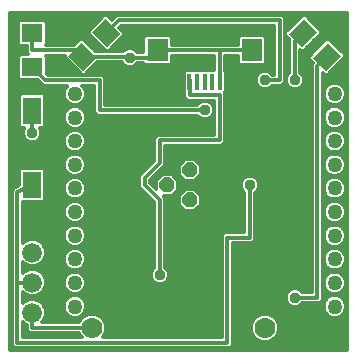
<source format=gbl>
G75*
%MOIN*%
%OFA0B0*%
%FSLAX24Y24*%
%IPPOS*%
%LPD*%
%AMOC8*
5,1,8,0,0,1.08239X$1,22.5*
%
%ADD10C,0.0500*%
%ADD11R,0.0630X0.0710*%
%ADD12OC8,0.0500*%
%ADD13R,0.0138X0.0551*%
%ADD14R,0.0709X0.0748*%
%ADD15R,0.0630X0.0906*%
%ADD16C,0.0660*%
%ADD17R,0.0710X0.0630*%
%ADD18C,0.0700*%
%ADD19C,0.0120*%
%ADD20C,0.0376*%
D10*
X014769Y012557D03*
X014769Y013344D03*
X014769Y014131D03*
X014769Y014919D03*
X014769Y015706D03*
X014769Y016494D03*
X014769Y017281D03*
X014769Y018069D03*
X014769Y018856D03*
X014769Y019643D03*
X023431Y019643D03*
X023431Y018856D03*
X023431Y018069D03*
X023431Y017281D03*
X023431Y016494D03*
X023431Y015706D03*
X023431Y014919D03*
X023431Y014131D03*
X023431Y013344D03*
X023431Y012557D03*
D11*
G36*
X023201Y021354D02*
X023646Y020909D01*
X023145Y020408D01*
X022700Y020853D01*
X023201Y021354D01*
G37*
G36*
X022409Y022146D02*
X022854Y021701D01*
X022353Y021200D01*
X021908Y021645D01*
X022409Y022146D01*
G37*
G36*
X015346Y021701D02*
X015791Y022146D01*
X016292Y021645D01*
X015847Y021200D01*
X015346Y021701D01*
G37*
G36*
X014554Y020909D02*
X014999Y021354D01*
X015500Y020853D01*
X015055Y020408D01*
X014554Y020909D01*
G37*
D12*
X018600Y017100D03*
X017850Y016600D03*
X018600Y016100D03*
D13*
X018588Y020057D03*
X018844Y020057D03*
X019100Y020057D03*
X019356Y020057D03*
X019612Y020057D03*
D14*
X020675Y021100D03*
X017525Y021100D03*
D15*
X013350Y019090D03*
X013350Y016610D03*
D16*
X013350Y014350D03*
X013350Y013350D03*
X013350Y012350D03*
D17*
X013350Y020540D03*
X013350Y021660D03*
D18*
X015350Y011850D03*
X021100Y011850D03*
D19*
X012620Y011120D02*
X012620Y022330D01*
X023830Y022330D01*
X023830Y011120D01*
X012620Y011120D01*
X012620Y011121D02*
X023830Y011121D01*
X023830Y011239D02*
X019994Y011239D01*
X020030Y011275D02*
X020030Y014670D01*
X020675Y014670D01*
X020780Y014775D01*
X020780Y016344D01*
X020861Y016425D01*
X020908Y016539D01*
X020908Y016661D01*
X020861Y016775D01*
X020775Y016861D01*
X020661Y016908D01*
X020539Y016908D01*
X020425Y016861D01*
X020339Y016775D01*
X020292Y016661D01*
X020292Y016539D01*
X020339Y016425D01*
X020420Y016344D01*
X020420Y015030D01*
X019775Y015030D01*
X019670Y014925D01*
X019670Y011530D01*
X015695Y011530D01*
X015748Y011584D01*
X015820Y011757D01*
X015820Y011943D01*
X015748Y012116D01*
X015616Y012248D01*
X015443Y012320D01*
X015257Y012320D01*
X015084Y012248D01*
X014952Y012116D01*
X014916Y012030D01*
X013666Y012030D01*
X013731Y012095D01*
X013800Y012260D01*
X013800Y012440D01*
X013731Y012605D01*
X013605Y012731D01*
X013440Y012800D01*
X013260Y012800D01*
X013095Y012731D01*
X013030Y012666D01*
X013030Y013034D01*
X013095Y012969D01*
X013260Y012900D01*
X013440Y012900D01*
X013605Y012969D01*
X013731Y013095D01*
X013800Y013260D01*
X013800Y013440D01*
X013731Y013605D01*
X013605Y013731D01*
X013440Y013800D01*
X013260Y013800D01*
X013095Y013731D01*
X013030Y013666D01*
X013030Y014034D01*
X013095Y013969D01*
X013260Y013900D01*
X013440Y013900D01*
X013605Y013969D01*
X013731Y014095D01*
X013800Y014260D01*
X013800Y014440D01*
X013731Y014605D01*
X013605Y014731D01*
X013440Y014800D01*
X013260Y014800D01*
X013095Y014731D01*
X013030Y014666D01*
X013030Y016037D01*
X013715Y016037D01*
X013785Y016107D01*
X013785Y017112D01*
X013715Y017183D01*
X012985Y017183D01*
X012915Y017112D01*
X012915Y016594D01*
X012808Y016540D01*
X012775Y016540D01*
X012743Y016508D01*
X012703Y016487D01*
X012693Y016457D01*
X012670Y016434D01*
X012670Y016389D01*
X012656Y016346D01*
X012670Y016317D01*
X012670Y011275D01*
X012775Y011170D01*
X019925Y011170D01*
X020030Y011275D01*
X020030Y011358D02*
X023830Y011358D01*
X023830Y011476D02*
X021391Y011476D01*
X021366Y011452D02*
X021498Y011584D01*
X021570Y011757D01*
X021570Y011943D01*
X021498Y012116D01*
X021366Y012248D01*
X021193Y012320D01*
X021007Y012320D01*
X020834Y012248D01*
X020702Y012116D01*
X020630Y011943D01*
X020630Y011757D01*
X020702Y011584D01*
X020834Y011452D01*
X021007Y011380D01*
X021193Y011380D01*
X021366Y011452D01*
X021503Y011595D02*
X023830Y011595D01*
X023830Y011713D02*
X021552Y011713D01*
X021570Y011832D02*
X023830Y011832D01*
X023830Y011950D02*
X021567Y011950D01*
X021518Y012069D02*
X023830Y012069D01*
X023830Y012187D02*
X023505Y012187D01*
X023504Y012187D02*
X023640Y012243D01*
X023744Y012347D01*
X023801Y012483D01*
X023801Y012630D01*
X023744Y012766D01*
X023640Y012870D01*
X023504Y012927D01*
X023357Y012927D01*
X023221Y012870D01*
X023117Y012766D01*
X023061Y012630D01*
X023061Y012483D01*
X023117Y012347D01*
X023221Y012243D01*
X023357Y012187D01*
X023504Y012187D01*
X023356Y012187D02*
X021428Y012187D01*
X021228Y012306D02*
X023159Y012306D01*
X023085Y012424D02*
X020030Y012424D01*
X020030Y012306D02*
X020972Y012306D01*
X020772Y012187D02*
X020030Y012187D01*
X020030Y012069D02*
X020682Y012069D01*
X020633Y011950D02*
X020030Y011950D01*
X020030Y011832D02*
X020630Y011832D01*
X020648Y011713D02*
X020030Y011713D01*
X020030Y011595D02*
X020697Y011595D01*
X020809Y011476D02*
X020030Y011476D01*
X019850Y011350D02*
X019850Y014850D01*
X020600Y014850D01*
X020600Y016600D01*
X020827Y016809D02*
X022670Y016809D01*
X022670Y016927D02*
X018950Y016927D01*
X018970Y016947D02*
X018753Y016730D01*
X018447Y016730D01*
X018230Y016947D01*
X018230Y017253D01*
X018447Y017470D01*
X018753Y017470D01*
X018970Y017253D01*
X018970Y016947D01*
X018970Y017046D02*
X022670Y017046D01*
X022670Y017164D02*
X018970Y017164D01*
X018941Y017283D02*
X022670Y017283D01*
X022670Y017401D02*
X018822Y017401D01*
X018378Y017401D02*
X017780Y017401D01*
X017780Y017283D02*
X018259Y017283D01*
X018230Y017164D02*
X017669Y017164D01*
X017780Y017275D02*
X017780Y017920D01*
X019675Y017920D01*
X019780Y018025D01*
X019780Y019675D01*
X019762Y019693D01*
X019801Y019731D01*
X019801Y020382D01*
X019780Y020403D01*
X019780Y020920D01*
X020200Y020920D01*
X020200Y020676D01*
X020271Y020606D01*
X021079Y020606D01*
X021149Y020676D01*
X021149Y021524D01*
X021079Y021594D01*
X020271Y021594D01*
X020200Y021524D01*
X020200Y021280D01*
X018000Y021280D01*
X018000Y021524D01*
X017929Y021594D01*
X017121Y021594D01*
X017051Y021524D01*
X017051Y021030D01*
X016856Y021030D01*
X016775Y021111D01*
X016661Y021158D01*
X016539Y021158D01*
X016425Y021111D01*
X016375Y021061D01*
X015462Y021061D01*
X015049Y021475D01*
X014949Y021475D01*
X014755Y021280D01*
X013810Y021280D01*
X013825Y021295D01*
X013825Y022025D01*
X013755Y022095D01*
X012945Y022095D01*
X012875Y022025D01*
X012875Y021295D01*
X012945Y021225D01*
X013170Y021225D01*
X013170Y021025D01*
X013220Y020975D01*
X012945Y020975D01*
X012875Y020905D01*
X012875Y020175D01*
X012945Y020105D01*
X013530Y020105D01*
X013610Y020025D01*
X013716Y019920D01*
X014523Y019920D01*
X014456Y019853D01*
X014399Y019717D01*
X014399Y019570D01*
X014456Y019434D01*
X014560Y019330D01*
X014696Y019273D01*
X014843Y019273D01*
X014979Y019330D01*
X015083Y019434D01*
X015139Y019570D01*
X015139Y019717D01*
X015083Y019853D01*
X015016Y019920D01*
X015420Y019920D01*
X015420Y019025D01*
X015525Y018920D01*
X018844Y018920D01*
X018925Y018839D01*
X019039Y018792D01*
X019161Y018792D01*
X019275Y018839D01*
X019361Y018925D01*
X019408Y019039D01*
X019408Y019161D01*
X019361Y019275D01*
X019275Y019361D01*
X019161Y019408D01*
X019039Y019408D01*
X018925Y019361D01*
X018844Y019280D01*
X015780Y019280D01*
X015780Y020175D01*
X015675Y020280D01*
X013865Y020280D01*
X013825Y020320D01*
X013825Y020905D01*
X013810Y020920D01*
X014434Y020920D01*
X014434Y020859D01*
X015006Y020287D01*
X015105Y020287D01*
X015519Y020701D01*
X016328Y020701D01*
X016339Y020675D01*
X016425Y020589D01*
X016539Y020542D01*
X016661Y020542D01*
X016775Y020589D01*
X016856Y020670D01*
X017057Y020670D01*
X017121Y020606D01*
X017929Y020606D01*
X018000Y020676D01*
X018000Y020920D01*
X019420Y020920D01*
X019420Y020452D01*
X019237Y020452D01*
X019228Y020443D01*
X019219Y020452D01*
X018981Y020452D01*
X018972Y020443D01*
X018963Y020452D01*
X018725Y020452D01*
X018716Y020443D01*
X018707Y020452D01*
X018470Y020452D01*
X018399Y020382D01*
X018399Y019731D01*
X018420Y019711D01*
X018420Y019525D01*
X018525Y019420D01*
X019420Y019420D01*
X019420Y018280D01*
X017525Y018280D01*
X017420Y018175D01*
X017420Y017425D01*
X017025Y017030D01*
X016920Y016925D01*
X016920Y016525D01*
X017420Y016025D01*
X017420Y013856D01*
X017339Y013775D01*
X017292Y013661D01*
X017292Y013539D01*
X017339Y013425D01*
X017425Y013339D01*
X017539Y013292D01*
X017661Y013292D01*
X017775Y013339D01*
X017861Y013425D01*
X017908Y013539D01*
X017908Y013661D01*
X017861Y013775D01*
X017780Y013856D01*
X017780Y016175D01*
X017725Y016230D01*
X018003Y016230D01*
X018220Y016447D01*
X018220Y016753D01*
X018003Y016970D01*
X017697Y016970D01*
X017480Y016753D01*
X017480Y016475D01*
X017280Y016675D01*
X017280Y016775D01*
X017780Y017275D01*
X017600Y017350D02*
X017100Y016850D01*
X017100Y016600D01*
X017600Y016100D01*
X017600Y013600D01*
X017908Y013609D02*
X019670Y013609D01*
X019670Y013491D02*
X017888Y013491D01*
X017808Y013372D02*
X019670Y013372D01*
X019670Y013254D02*
X015132Y013254D01*
X015139Y013270D02*
X015083Y013135D01*
X019670Y013135D01*
X019670Y013017D02*
X014945Y013017D01*
X014979Y013030D02*
X015083Y013135D01*
X015139Y013270D02*
X015139Y013418D01*
X015083Y013554D01*
X014979Y013658D01*
X014843Y013714D01*
X014696Y013714D01*
X014560Y013658D01*
X014456Y013554D01*
X014399Y013418D01*
X014399Y013270D01*
X014456Y013135D01*
X014455Y013135D02*
X013748Y013135D01*
X013797Y013254D02*
X014406Y013254D01*
X014399Y013372D02*
X013800Y013372D01*
X013779Y013491D02*
X014429Y013491D01*
X014511Y013609D02*
X013727Y013609D01*
X013609Y013728D02*
X017319Y013728D01*
X017292Y013609D02*
X015028Y013609D01*
X015109Y013491D02*
X017312Y013491D01*
X017392Y013372D02*
X015139Y013372D01*
X014979Y013030D02*
X014843Y012974D01*
X014696Y012974D01*
X014560Y013030D01*
X014456Y013135D01*
X014593Y013017D02*
X013653Y013017D01*
X013489Y012780D02*
X014469Y012780D01*
X014456Y012766D02*
X014399Y012630D01*
X014399Y012483D01*
X014456Y012347D01*
X014560Y012243D01*
X014696Y012187D01*
X014843Y012187D01*
X014979Y012243D01*
X015083Y012347D01*
X015139Y012483D01*
X015139Y012630D01*
X015083Y012766D01*
X014979Y012870D01*
X014843Y012927D01*
X014696Y012927D01*
X014560Y012870D01*
X014456Y012766D01*
X014412Y012661D02*
X013675Y012661D01*
X013757Y012543D02*
X014399Y012543D01*
X014424Y012424D02*
X013800Y012424D01*
X013800Y012306D02*
X014497Y012306D01*
X014695Y012187D02*
X013770Y012187D01*
X013705Y012069D02*
X014932Y012069D01*
X014844Y012187D02*
X015022Y012187D01*
X015041Y012306D02*
X015222Y012306D01*
X015115Y012424D02*
X019670Y012424D01*
X019670Y012306D02*
X015478Y012306D01*
X015678Y012187D02*
X019670Y012187D01*
X019670Y012069D02*
X015768Y012069D01*
X015817Y011950D02*
X019670Y011950D01*
X019670Y011832D02*
X015820Y011832D01*
X015802Y011713D02*
X019670Y011713D01*
X019670Y011595D02*
X015753Y011595D01*
X015350Y011850D02*
X013350Y011850D01*
X013350Y012350D01*
X013030Y012034D02*
X013030Y011530D01*
X015005Y011530D01*
X014952Y011584D01*
X014916Y011670D01*
X013275Y011670D01*
X013170Y011775D01*
X013170Y011937D01*
X013095Y011969D01*
X013030Y012034D01*
X013030Y011950D02*
X013140Y011950D01*
X013170Y011832D02*
X013030Y011832D01*
X013030Y011713D02*
X013232Y011713D01*
X013030Y011595D02*
X014947Y011595D01*
X015139Y012543D02*
X019670Y012543D01*
X019670Y012661D02*
X015127Y012661D01*
X015070Y012780D02*
X019670Y012780D01*
X019670Y012898D02*
X014912Y012898D01*
X014626Y012898D02*
X013030Y012898D01*
X013030Y012780D02*
X013211Y012780D01*
X013047Y013017D02*
X013030Y013017D01*
X012670Y013017D02*
X012620Y013017D01*
X012620Y013135D02*
X012670Y013135D01*
X012670Y013254D02*
X012620Y013254D01*
X012620Y013372D02*
X012670Y013372D01*
X012670Y013491D02*
X012620Y013491D01*
X012620Y013609D02*
X012670Y013609D01*
X012670Y013728D02*
X012620Y013728D01*
X012620Y013846D02*
X012670Y013846D01*
X012670Y013965D02*
X012620Y013965D01*
X012620Y014083D02*
X012670Y014083D01*
X012670Y014202D02*
X012620Y014202D01*
X012620Y014320D02*
X012670Y014320D01*
X012670Y014439D02*
X012620Y014439D01*
X012620Y014557D02*
X012670Y014557D01*
X012670Y014676D02*
X012620Y014676D01*
X012620Y014794D02*
X012670Y014794D01*
X012670Y014913D02*
X012620Y014913D01*
X012620Y015031D02*
X012670Y015031D01*
X012670Y015150D02*
X012620Y015150D01*
X012620Y015268D02*
X012670Y015268D01*
X012670Y015387D02*
X012620Y015387D01*
X012620Y015505D02*
X012670Y015505D01*
X012670Y015624D02*
X012620Y015624D01*
X012620Y015742D02*
X012670Y015742D01*
X012670Y015861D02*
X012620Y015861D01*
X012620Y015979D02*
X012670Y015979D01*
X012670Y016098D02*
X012620Y016098D01*
X012620Y016216D02*
X012670Y016216D01*
X012661Y016335D02*
X012620Y016335D01*
X012620Y016453D02*
X012689Y016453D01*
X012620Y016572D02*
X012871Y016572D01*
X012915Y016690D02*
X012620Y016690D01*
X012620Y016809D02*
X012915Y016809D01*
X012915Y016927D02*
X012620Y016927D01*
X012620Y017046D02*
X012915Y017046D01*
X012967Y017164D02*
X012620Y017164D01*
X012620Y017283D02*
X014399Y017283D01*
X014399Y017355D02*
X014399Y017208D01*
X014456Y017072D01*
X014560Y016967D01*
X014696Y016911D01*
X014843Y016911D01*
X014979Y016967D01*
X015083Y017072D01*
X015139Y017208D01*
X015139Y017355D01*
X015083Y017491D01*
X014979Y017595D01*
X014843Y017651D01*
X014696Y017651D01*
X014560Y017595D01*
X014456Y017491D01*
X014399Y017355D01*
X014418Y017401D02*
X012620Y017401D01*
X012620Y017520D02*
X014484Y017520D01*
X014664Y017638D02*
X012620Y017638D01*
X012620Y017757D02*
X014558Y017757D01*
X014560Y017755D02*
X014696Y017699D01*
X014843Y017699D01*
X014979Y017755D01*
X015083Y017859D01*
X015139Y017995D01*
X015139Y018142D01*
X015083Y018278D01*
X014979Y018382D01*
X014843Y018439D01*
X014696Y018439D01*
X014560Y018382D01*
X014456Y018278D01*
X014399Y018142D01*
X014399Y017995D01*
X014456Y017859D01*
X014560Y017755D01*
X014449Y017875D02*
X012620Y017875D01*
X012620Y017994D02*
X014400Y017994D01*
X014399Y018112D02*
X013548Y018112D01*
X013525Y018089D02*
X013611Y018175D01*
X013658Y018289D01*
X013658Y018411D01*
X013614Y018517D01*
X013715Y018517D01*
X013785Y018588D01*
X013785Y019593D01*
X013715Y019663D01*
X012985Y019663D01*
X012915Y019593D01*
X012915Y018588D01*
X012985Y018517D01*
X013086Y018517D01*
X013042Y018411D01*
X013042Y018289D01*
X013089Y018175D01*
X013175Y018089D01*
X013289Y018042D01*
X013411Y018042D01*
X013525Y018089D01*
X013634Y018231D02*
X014436Y018231D01*
X014527Y018349D02*
X013658Y018349D01*
X013635Y018468D02*
X019420Y018468D01*
X019420Y018586D02*
X015023Y018586D01*
X014979Y018542D02*
X015083Y018646D01*
X015139Y018782D01*
X015139Y018930D01*
X015083Y019065D01*
X014979Y019170D01*
X014843Y019226D01*
X014696Y019226D01*
X014560Y019170D01*
X014456Y019065D01*
X014399Y018930D01*
X014399Y018782D01*
X014456Y018646D01*
X014560Y018542D01*
X014696Y018486D01*
X014843Y018486D01*
X014979Y018542D01*
X015012Y018349D02*
X019420Y018349D01*
X019600Y018100D02*
X019600Y019600D01*
X018600Y019600D01*
X018600Y020057D01*
X018588Y020057D01*
X018600Y020069D01*
X018600Y020100D01*
X018399Y020127D02*
X015780Y020127D01*
X015780Y020008D02*
X018399Y020008D01*
X018399Y019890D02*
X015780Y019890D01*
X015780Y019771D02*
X018399Y019771D01*
X018420Y019653D02*
X015780Y019653D01*
X015780Y019534D02*
X018420Y019534D01*
X018861Y019297D02*
X015780Y019297D01*
X015780Y019416D02*
X019420Y019416D01*
X019420Y019297D02*
X019339Y019297D01*
X019401Y019179D02*
X019420Y019179D01*
X019408Y019060D02*
X019420Y019060D01*
X019420Y018942D02*
X019368Y018942D01*
X019420Y018823D02*
X019236Y018823D01*
X019420Y018705D02*
X015107Y018705D01*
X015139Y018823D02*
X018964Y018823D01*
X019100Y019100D02*
X015600Y019100D01*
X015600Y020100D01*
X013790Y020100D01*
X013350Y020540D01*
X013825Y020482D02*
X014811Y020482D01*
X014693Y020601D02*
X013825Y020601D01*
X013825Y020719D02*
X014574Y020719D01*
X014456Y020838D02*
X013825Y020838D01*
X013825Y020364D02*
X014930Y020364D01*
X015182Y020364D02*
X018399Y020364D01*
X018399Y020245D02*
X015710Y020245D01*
X015420Y019890D02*
X015046Y019890D01*
X015117Y019771D02*
X015420Y019771D01*
X015420Y019653D02*
X015139Y019653D01*
X015125Y019534D02*
X015420Y019534D01*
X015420Y019416D02*
X015065Y019416D01*
X014900Y019297D02*
X015420Y019297D01*
X015420Y019179D02*
X014957Y019179D01*
X015085Y019060D02*
X015420Y019060D01*
X015504Y018942D02*
X015134Y018942D01*
X014581Y019179D02*
X013785Y019179D01*
X013785Y019297D02*
X014638Y019297D01*
X014474Y019416D02*
X013785Y019416D01*
X013785Y019534D02*
X014414Y019534D01*
X014399Y019653D02*
X013725Y019653D01*
X013628Y020008D02*
X012620Y020008D01*
X012620Y019890D02*
X014492Y019890D01*
X014422Y019771D02*
X012620Y019771D01*
X012620Y019653D02*
X012975Y019653D01*
X012915Y019534D02*
X012620Y019534D01*
X012620Y019416D02*
X012915Y019416D01*
X012915Y019297D02*
X012620Y019297D01*
X012620Y019179D02*
X012915Y019179D01*
X012915Y019060D02*
X012620Y019060D01*
X012620Y018942D02*
X012915Y018942D01*
X012915Y018823D02*
X012620Y018823D01*
X012620Y018705D02*
X012915Y018705D01*
X012917Y018586D02*
X012620Y018586D01*
X012620Y018468D02*
X013065Y018468D01*
X013042Y018349D02*
X012620Y018349D01*
X012620Y018231D02*
X013066Y018231D01*
X013152Y018112D02*
X012620Y018112D01*
X013350Y018350D02*
X013350Y019090D01*
X013785Y019060D02*
X014453Y019060D01*
X014404Y018942D02*
X013785Y018942D01*
X013785Y018823D02*
X014399Y018823D01*
X014432Y018705D02*
X013785Y018705D01*
X013783Y018586D02*
X014516Y018586D01*
X015103Y018231D02*
X017476Y018231D01*
X017420Y018112D02*
X015139Y018112D01*
X015139Y017994D02*
X017420Y017994D01*
X017420Y017875D02*
X015090Y017875D01*
X014981Y017757D02*
X017420Y017757D01*
X017420Y017638D02*
X014874Y017638D01*
X015054Y017520D02*
X017420Y017520D01*
X017396Y017401D02*
X015120Y017401D01*
X015139Y017283D02*
X017278Y017283D01*
X017159Y017164D02*
X015121Y017164D01*
X015057Y017046D02*
X017041Y017046D01*
X016922Y016927D02*
X014881Y016927D01*
X014843Y016864D02*
X014696Y016864D01*
X014560Y016807D01*
X014456Y016703D01*
X014399Y016567D01*
X014399Y016420D01*
X014456Y016284D01*
X014560Y016180D01*
X014696Y016124D01*
X014843Y016124D01*
X014979Y016180D01*
X015083Y016284D01*
X015139Y016420D01*
X015139Y016567D01*
X015083Y016703D01*
X014979Y016807D01*
X014843Y016864D01*
X014976Y016809D02*
X016920Y016809D01*
X016920Y016690D02*
X015088Y016690D01*
X015138Y016572D02*
X016920Y016572D01*
X016992Y016453D02*
X015139Y016453D01*
X015104Y016335D02*
X017111Y016335D01*
X017229Y016216D02*
X015015Y016216D01*
X014979Y016020D02*
X014843Y016076D01*
X014696Y016076D01*
X014560Y016020D01*
X014456Y015916D01*
X014399Y015780D01*
X014399Y015633D01*
X014456Y015497D01*
X014560Y015393D01*
X014696Y015336D01*
X014843Y015336D01*
X014979Y015393D01*
X015083Y015497D01*
X015139Y015633D01*
X015139Y015780D01*
X015083Y015916D01*
X014979Y016020D01*
X015020Y015979D02*
X017420Y015979D01*
X017420Y015861D02*
X015106Y015861D01*
X015139Y015742D02*
X017420Y015742D01*
X017420Y015624D02*
X015135Y015624D01*
X015086Y015505D02*
X017420Y015505D01*
X017420Y015387D02*
X014964Y015387D01*
X014893Y015268D02*
X017420Y015268D01*
X017420Y015150D02*
X015062Y015150D01*
X015083Y015128D02*
X014979Y015233D01*
X014843Y015289D01*
X014696Y015289D01*
X014560Y015233D01*
X014456Y015128D01*
X014399Y014992D01*
X014399Y014845D01*
X014456Y014709D01*
X014560Y014605D01*
X014696Y014549D01*
X014843Y014549D01*
X014979Y014605D01*
X015083Y014709D01*
X015139Y014845D01*
X015139Y014992D01*
X015083Y015128D01*
X015123Y015031D02*
X017420Y015031D01*
X017420Y014913D02*
X015139Y014913D01*
X015118Y014794D02*
X017420Y014794D01*
X017420Y014676D02*
X015049Y014676D01*
X014863Y014557D02*
X017420Y014557D01*
X017420Y014439D02*
X014986Y014439D01*
X014979Y014445D02*
X014843Y014501D01*
X014696Y014501D01*
X014560Y014445D01*
X014456Y014341D01*
X014399Y014205D01*
X014399Y014058D01*
X014456Y013922D01*
X014560Y013818D01*
X014696Y013761D01*
X014843Y013761D01*
X014979Y013818D01*
X015083Y013922D01*
X015139Y014058D01*
X015139Y014205D01*
X015083Y014341D01*
X014979Y014445D01*
X015092Y014320D02*
X017420Y014320D01*
X017420Y014202D02*
X015139Y014202D01*
X015139Y014083D02*
X017420Y014083D01*
X017420Y013965D02*
X015101Y013965D01*
X015007Y013846D02*
X017410Y013846D01*
X017790Y013846D02*
X019670Y013846D01*
X019670Y013728D02*
X017881Y013728D01*
X017780Y013965D02*
X019670Y013965D01*
X019670Y014083D02*
X017780Y014083D01*
X017780Y014202D02*
X019670Y014202D01*
X019670Y014320D02*
X017780Y014320D01*
X017780Y014439D02*
X019670Y014439D01*
X019670Y014557D02*
X017780Y014557D01*
X017780Y014676D02*
X019670Y014676D01*
X019670Y014794D02*
X017780Y014794D01*
X017780Y014913D02*
X019670Y014913D01*
X020030Y014557D02*
X022670Y014557D01*
X022670Y014439D02*
X020030Y014439D01*
X020030Y014320D02*
X022670Y014320D01*
X022670Y014202D02*
X020030Y014202D01*
X020030Y014083D02*
X022670Y014083D01*
X022670Y013965D02*
X020030Y013965D01*
X020030Y013846D02*
X022670Y013846D01*
X022670Y013728D02*
X020030Y013728D01*
X020030Y013609D02*
X022670Y013609D01*
X022670Y013491D02*
X020030Y013491D01*
X020030Y013372D02*
X022670Y013372D01*
X022670Y013254D02*
X020030Y013254D01*
X020030Y013135D02*
X021983Y013135D01*
X022039Y013158D02*
X021925Y013111D01*
X021839Y013025D01*
X021792Y012911D01*
X021792Y012789D01*
X021839Y012675D01*
X021925Y012589D01*
X022039Y012542D01*
X022161Y012542D01*
X022275Y012589D01*
X022356Y012670D01*
X022925Y012670D01*
X023030Y012775D01*
X023030Y020352D01*
X023095Y020287D01*
X023194Y020287D01*
X023766Y020859D01*
X023766Y020959D01*
X023251Y021475D01*
X023151Y021475D01*
X022579Y020902D01*
X022579Y020803D01*
X022710Y020672D01*
X022670Y020633D01*
X022670Y013030D01*
X022356Y013030D01*
X022275Y013111D01*
X022161Y013158D01*
X022039Y013158D01*
X022217Y013135D02*
X022670Y013135D01*
X022850Y012850D02*
X022100Y012850D01*
X022347Y012661D02*
X023073Y012661D01*
X023061Y012543D02*
X022163Y012543D01*
X022037Y012543D02*
X020030Y012543D01*
X020030Y012661D02*
X021853Y012661D01*
X021796Y012780D02*
X020030Y012780D01*
X020030Y012898D02*
X021792Y012898D01*
X021835Y013017D02*
X020030Y013017D01*
X020680Y014676D02*
X022670Y014676D01*
X022670Y014794D02*
X020780Y014794D01*
X020780Y014913D02*
X022670Y014913D01*
X022670Y015031D02*
X020780Y015031D01*
X020780Y015150D02*
X022670Y015150D01*
X022670Y015268D02*
X020780Y015268D01*
X020780Y015387D02*
X022670Y015387D01*
X022670Y015505D02*
X020780Y015505D01*
X020780Y015624D02*
X022670Y015624D01*
X022670Y015742D02*
X020780Y015742D01*
X020780Y015861D02*
X022670Y015861D01*
X022670Y015979D02*
X020780Y015979D01*
X020780Y016098D02*
X022670Y016098D01*
X022670Y016216D02*
X020780Y016216D01*
X020780Y016335D02*
X022670Y016335D01*
X022670Y016453D02*
X020873Y016453D01*
X020908Y016572D02*
X022670Y016572D01*
X022670Y016690D02*
X020896Y016690D01*
X020373Y016809D02*
X018832Y016809D01*
X018368Y016809D02*
X018165Y016809D01*
X018220Y016690D02*
X020304Y016690D01*
X020292Y016572D02*
X018220Y016572D01*
X018220Y016453D02*
X018430Y016453D01*
X018447Y016470D02*
X018230Y016253D01*
X018230Y015947D01*
X018447Y015730D01*
X018753Y015730D01*
X018970Y015947D01*
X018970Y016253D01*
X018753Y016470D01*
X018447Y016470D01*
X018311Y016335D02*
X018108Y016335D01*
X018230Y016216D02*
X017739Y016216D01*
X017780Y016098D02*
X018230Y016098D01*
X018230Y015979D02*
X017780Y015979D01*
X017780Y015861D02*
X018316Y015861D01*
X018435Y015742D02*
X017780Y015742D01*
X017780Y015624D02*
X020420Y015624D01*
X020420Y015742D02*
X018765Y015742D01*
X018884Y015861D02*
X020420Y015861D01*
X020420Y015979D02*
X018970Y015979D01*
X018970Y016098D02*
X020420Y016098D01*
X020420Y016216D02*
X018970Y016216D01*
X018889Y016335D02*
X020420Y016335D01*
X020327Y016453D02*
X018770Y016453D01*
X018250Y016927D02*
X018046Y016927D01*
X018230Y017046D02*
X017550Y017046D01*
X017654Y016927D02*
X017432Y016927D01*
X017535Y016809D02*
X017313Y016809D01*
X017280Y016690D02*
X017480Y016690D01*
X017480Y016572D02*
X017383Y016572D01*
X017348Y016098D02*
X013775Y016098D01*
X013785Y016216D02*
X014524Y016216D01*
X014435Y016335D02*
X013785Y016335D01*
X013785Y016453D02*
X014399Y016453D01*
X014401Y016572D02*
X013785Y016572D01*
X013785Y016690D02*
X014450Y016690D01*
X014563Y016809D02*
X013785Y016809D01*
X013785Y016927D02*
X014657Y016927D01*
X014482Y017046D02*
X013785Y017046D01*
X013733Y017164D02*
X014417Y017164D01*
X013350Y016610D02*
X012850Y016360D01*
X012850Y013350D01*
X013350Y013350D01*
X013091Y013728D02*
X013030Y013728D01*
X013030Y013846D02*
X014531Y013846D01*
X014438Y013965D02*
X013595Y013965D01*
X013719Y014083D02*
X014399Y014083D01*
X014399Y014202D02*
X013776Y014202D01*
X013800Y014320D02*
X014447Y014320D01*
X014553Y014439D02*
X013800Y014439D01*
X013751Y014557D02*
X014676Y014557D01*
X014489Y014676D02*
X013661Y014676D01*
X013454Y014794D02*
X014421Y014794D01*
X014399Y014913D02*
X013030Y014913D01*
X013030Y015031D02*
X014415Y015031D01*
X014477Y015150D02*
X013030Y015150D01*
X013030Y015268D02*
X014645Y015268D01*
X014574Y015387D02*
X013030Y015387D01*
X013030Y015505D02*
X014452Y015505D01*
X014403Y015624D02*
X013030Y015624D01*
X013030Y015742D02*
X014399Y015742D01*
X014433Y015861D02*
X013030Y015861D01*
X013030Y015979D02*
X014519Y015979D01*
X013246Y014794D02*
X013030Y014794D01*
X013030Y014676D02*
X013039Y014676D01*
X013030Y013965D02*
X013105Y013965D01*
X012850Y013350D02*
X012850Y011350D01*
X019850Y011350D01*
X022850Y012850D02*
X022850Y020558D01*
X023173Y020881D01*
X022870Y021193D02*
X022516Y021193D01*
X022402Y021079D02*
X022975Y021651D01*
X022975Y021751D01*
X022459Y022266D01*
X022359Y022266D01*
X021787Y021694D01*
X021787Y021595D01*
X021920Y021462D01*
X021920Y020356D01*
X021839Y020275D01*
X021792Y020161D01*
X021792Y020039D01*
X021839Y019925D01*
X021925Y019839D01*
X022039Y019792D01*
X022161Y019792D01*
X022275Y019839D01*
X022361Y019925D01*
X022408Y020039D01*
X022408Y020161D01*
X022361Y020275D01*
X022280Y020356D01*
X022280Y021102D01*
X022303Y021079D01*
X022402Y021079D01*
X022280Y021075D02*
X022751Y021075D01*
X022633Y020956D02*
X022280Y020956D01*
X022280Y020838D02*
X022579Y020838D01*
X022663Y020719D02*
X022280Y020719D01*
X022280Y020601D02*
X022670Y020601D01*
X022670Y020482D02*
X022280Y020482D01*
X022280Y020364D02*
X022670Y020364D01*
X022670Y020245D02*
X022373Y020245D01*
X022408Y020127D02*
X022670Y020127D01*
X022670Y020008D02*
X022395Y020008D01*
X022325Y019890D02*
X022670Y019890D01*
X022670Y019771D02*
X019801Y019771D01*
X019801Y019890D02*
X020875Y019890D01*
X020839Y019925D02*
X020925Y019839D01*
X021039Y019792D01*
X021161Y019792D01*
X021275Y019839D01*
X021356Y019920D01*
X021675Y019920D01*
X021780Y020025D01*
X021780Y022175D01*
X021675Y022280D01*
X016172Y022280D01*
X016066Y022175D01*
X015999Y022107D01*
X015841Y022266D01*
X015741Y022266D01*
X015225Y021751D01*
X015225Y021651D01*
X015798Y021079D01*
X015897Y021079D01*
X016413Y021595D01*
X016413Y021694D01*
X016254Y021853D01*
X016321Y021920D01*
X021420Y021920D01*
X021420Y020280D01*
X021356Y020280D01*
X021275Y020361D01*
X021161Y020408D01*
X021039Y020408D01*
X020925Y020361D01*
X020839Y020275D01*
X020792Y020161D01*
X020792Y020039D01*
X020839Y019925D01*
X020805Y020008D02*
X019801Y020008D01*
X019801Y020127D02*
X020792Y020127D01*
X020827Y020245D02*
X019801Y020245D01*
X019801Y020364D02*
X020931Y020364D01*
X021100Y020100D02*
X021600Y020100D01*
X021600Y022100D01*
X016246Y022100D01*
X015819Y021673D01*
X015565Y021312D02*
X015212Y021312D01*
X015093Y021430D02*
X015447Y021430D01*
X015328Y021549D02*
X013825Y021549D01*
X013825Y021667D02*
X015225Y021667D01*
X015260Y021786D02*
X013825Y021786D01*
X013825Y021904D02*
X015379Y021904D01*
X015497Y022023D02*
X013825Y022023D01*
X013363Y021673D02*
X013350Y021660D01*
X013350Y021100D01*
X014850Y021100D01*
X014786Y021312D02*
X013825Y021312D01*
X013825Y021430D02*
X014905Y021430D01*
X015330Y021193D02*
X015684Y021193D01*
X015449Y021075D02*
X016389Y021075D01*
X016600Y020881D02*
X016600Y020850D01*
X017350Y020850D01*
X017600Y021100D02*
X019600Y021100D01*
X019600Y020069D01*
X019612Y020057D01*
X019780Y019653D02*
X022670Y019653D01*
X022670Y019534D02*
X019780Y019534D01*
X019780Y019416D02*
X022670Y019416D01*
X022670Y019297D02*
X019780Y019297D01*
X019780Y019179D02*
X022670Y019179D01*
X022670Y019060D02*
X019780Y019060D01*
X019780Y018942D02*
X022670Y018942D01*
X022670Y018823D02*
X019780Y018823D01*
X019780Y018705D02*
X022670Y018705D01*
X022670Y018586D02*
X019780Y018586D01*
X019780Y018468D02*
X022670Y018468D01*
X022670Y018349D02*
X019780Y018349D01*
X019780Y018231D02*
X022670Y018231D01*
X022670Y018112D02*
X019780Y018112D01*
X019748Y017994D02*
X022670Y017994D01*
X022670Y017875D02*
X017780Y017875D01*
X017780Y017757D02*
X022670Y017757D01*
X022670Y017638D02*
X017780Y017638D01*
X017780Y017520D02*
X022670Y017520D01*
X023030Y017520D02*
X023146Y017520D01*
X023117Y017491D02*
X023061Y017355D01*
X023061Y017208D01*
X023117Y017072D01*
X023221Y016967D01*
X023357Y016911D01*
X023504Y016911D01*
X023640Y016967D01*
X023744Y017072D01*
X023801Y017208D01*
X023801Y017355D01*
X023744Y017491D01*
X023640Y017595D01*
X023504Y017651D01*
X023357Y017651D01*
X023221Y017595D01*
X023117Y017491D01*
X023080Y017401D02*
X023030Y017401D01*
X023030Y017283D02*
X023061Y017283D01*
X023079Y017164D02*
X023030Y017164D01*
X023030Y017046D02*
X023143Y017046D01*
X023030Y016927D02*
X023319Y016927D01*
X023357Y016864D02*
X023221Y016807D01*
X023117Y016703D01*
X023061Y016567D01*
X023061Y016420D01*
X023117Y016284D01*
X023221Y016180D01*
X023357Y016124D01*
X023504Y016124D01*
X023640Y016180D01*
X023744Y016284D01*
X023801Y016420D01*
X023801Y016567D01*
X023744Y016703D01*
X023640Y016807D01*
X023504Y016864D01*
X023357Y016864D01*
X023224Y016809D02*
X023030Y016809D01*
X023030Y016690D02*
X023112Y016690D01*
X023062Y016572D02*
X023030Y016572D01*
X023030Y016453D02*
X023061Y016453D01*
X023030Y016335D02*
X023096Y016335D01*
X023030Y016216D02*
X023185Y016216D01*
X023030Y016098D02*
X023830Y016098D01*
X023830Y016216D02*
X023676Y016216D01*
X023765Y016335D02*
X023830Y016335D01*
X023830Y016453D02*
X023801Y016453D01*
X023799Y016572D02*
X023830Y016572D01*
X023830Y016690D02*
X023750Y016690D01*
X023830Y016809D02*
X023637Y016809D01*
X023543Y016927D02*
X023830Y016927D01*
X023830Y017046D02*
X023718Y017046D01*
X023783Y017164D02*
X023830Y017164D01*
X023830Y017283D02*
X023801Y017283D01*
X023782Y017401D02*
X023830Y017401D01*
X023830Y017520D02*
X023716Y017520D01*
X023830Y017638D02*
X023536Y017638D01*
X023504Y017699D02*
X023640Y017755D01*
X023744Y017859D01*
X023801Y017995D01*
X023801Y018142D01*
X023744Y018278D01*
X023640Y018382D01*
X023504Y018439D01*
X023357Y018439D01*
X023221Y018382D01*
X023117Y018278D01*
X023061Y018142D01*
X023061Y017995D01*
X023117Y017859D01*
X023221Y017755D01*
X023357Y017699D01*
X023504Y017699D01*
X023642Y017757D02*
X023830Y017757D01*
X023830Y017875D02*
X023751Y017875D01*
X023800Y017994D02*
X023830Y017994D01*
X023830Y018112D02*
X023801Y018112D01*
X023830Y018231D02*
X023764Y018231D01*
X023830Y018349D02*
X023673Y018349D01*
X023640Y018542D02*
X023744Y018646D01*
X023801Y018782D01*
X023801Y018930D01*
X023744Y019065D01*
X023640Y019170D01*
X023504Y019226D01*
X023357Y019226D01*
X023221Y019170D01*
X023117Y019065D01*
X023061Y018930D01*
X023061Y018782D01*
X023117Y018646D01*
X023221Y018542D01*
X023357Y018486D01*
X023504Y018486D01*
X023640Y018542D01*
X023684Y018586D02*
X023830Y018586D01*
X023830Y018468D02*
X023030Y018468D01*
X023030Y018586D02*
X023177Y018586D01*
X023093Y018705D02*
X023030Y018705D01*
X023030Y018823D02*
X023061Y018823D01*
X023066Y018942D02*
X023030Y018942D01*
X023030Y019060D02*
X023115Y019060D01*
X023030Y019179D02*
X023243Y019179D01*
X023300Y019297D02*
X023030Y019297D01*
X023030Y019416D02*
X023135Y019416D01*
X023117Y019434D02*
X023221Y019330D01*
X023357Y019273D01*
X023504Y019273D01*
X023640Y019330D01*
X023744Y019434D01*
X023801Y019570D01*
X023801Y019717D01*
X023744Y019853D01*
X023640Y019957D01*
X023504Y020013D01*
X023357Y020013D01*
X023221Y019957D01*
X023117Y019853D01*
X023061Y019717D01*
X023061Y019570D01*
X023117Y019434D01*
X023075Y019534D02*
X023030Y019534D01*
X023030Y019653D02*
X023061Y019653D01*
X023083Y019771D02*
X023030Y019771D01*
X023030Y019890D02*
X023154Y019890D01*
X023030Y020008D02*
X023344Y020008D01*
X023517Y020008D02*
X023830Y020008D01*
X023830Y019890D02*
X023708Y019890D01*
X023778Y019771D02*
X023830Y019771D01*
X023830Y019653D02*
X023801Y019653D01*
X023786Y019534D02*
X023830Y019534D01*
X023830Y019416D02*
X023726Y019416D01*
X023830Y019297D02*
X023562Y019297D01*
X023619Y019179D02*
X023830Y019179D01*
X023830Y019060D02*
X023747Y019060D01*
X023796Y018942D02*
X023830Y018942D01*
X023830Y018823D02*
X023801Y018823D01*
X023830Y018705D02*
X023768Y018705D01*
X023188Y018349D02*
X023030Y018349D01*
X023030Y018231D02*
X023097Y018231D01*
X023061Y018112D02*
X023030Y018112D01*
X023030Y017994D02*
X023061Y017994D01*
X023030Y017875D02*
X023110Y017875D01*
X023030Y017757D02*
X023219Y017757D01*
X023326Y017638D02*
X023030Y017638D01*
X023357Y016076D02*
X023221Y016020D01*
X023117Y015916D01*
X023061Y015780D01*
X023061Y015633D01*
X023117Y015497D01*
X023221Y015393D01*
X023357Y015336D01*
X023504Y015336D01*
X023640Y015393D01*
X023744Y015497D01*
X023801Y015633D01*
X023801Y015780D01*
X023744Y015916D01*
X023640Y016020D01*
X023504Y016076D01*
X023357Y016076D01*
X023180Y015979D02*
X023030Y015979D01*
X023030Y015861D02*
X023094Y015861D01*
X023061Y015742D02*
X023030Y015742D01*
X023030Y015624D02*
X023065Y015624D01*
X023030Y015505D02*
X023114Y015505D01*
X023030Y015387D02*
X023236Y015387D01*
X023307Y015268D02*
X023030Y015268D01*
X023030Y015150D02*
X023138Y015150D01*
X023117Y015128D02*
X023061Y014992D01*
X023061Y014845D01*
X023117Y014709D01*
X023221Y014605D01*
X023357Y014549D01*
X023504Y014549D01*
X023640Y014605D01*
X023744Y014709D01*
X023801Y014845D01*
X023801Y014992D01*
X023744Y015128D01*
X023640Y015233D01*
X023504Y015289D01*
X023357Y015289D01*
X023221Y015233D01*
X023117Y015128D01*
X023077Y015031D02*
X023030Y015031D01*
X023030Y014913D02*
X023061Y014913D01*
X023082Y014794D02*
X023030Y014794D01*
X023030Y014676D02*
X023151Y014676D01*
X023030Y014557D02*
X023337Y014557D01*
X023357Y014501D02*
X023221Y014445D01*
X023117Y014341D01*
X023061Y014205D01*
X023061Y014058D01*
X023117Y013922D01*
X023221Y013818D01*
X023357Y013761D01*
X023504Y013761D01*
X023640Y013818D01*
X023744Y013922D01*
X023801Y014058D01*
X023801Y014205D01*
X023744Y014341D01*
X023640Y014445D01*
X023504Y014501D01*
X023357Y014501D01*
X023214Y014439D02*
X023030Y014439D01*
X023030Y014320D02*
X023108Y014320D01*
X023061Y014202D02*
X023030Y014202D01*
X023030Y014083D02*
X023061Y014083D01*
X023030Y013965D02*
X023099Y013965D01*
X023030Y013846D02*
X023193Y013846D01*
X023221Y013658D02*
X023117Y013554D01*
X023061Y013418D01*
X023061Y013270D01*
X023117Y013135D01*
X023030Y013135D01*
X023117Y013135D02*
X023221Y013030D01*
X023357Y012974D01*
X023504Y012974D01*
X023640Y013030D01*
X023744Y013135D01*
X023745Y013135D02*
X023830Y013135D01*
X023744Y013135D02*
X023801Y013270D01*
X023801Y013418D01*
X023744Y013554D01*
X023640Y013658D01*
X023504Y013714D01*
X023357Y013714D01*
X023221Y013658D01*
X023172Y013609D02*
X023030Y013609D01*
X023030Y013491D02*
X023091Y013491D01*
X023061Y013372D02*
X023030Y013372D01*
X023030Y013254D02*
X023068Y013254D01*
X023030Y013017D02*
X023255Y013017D01*
X023288Y012898D02*
X023030Y012898D01*
X023030Y012780D02*
X023130Y012780D01*
X023574Y012898D02*
X023830Y012898D01*
X023830Y012780D02*
X023731Y012780D01*
X023788Y012661D02*
X023830Y012661D01*
X023830Y012543D02*
X023801Y012543D01*
X023776Y012424D02*
X023830Y012424D01*
X023830Y012306D02*
X023703Y012306D01*
X023607Y013017D02*
X023830Y013017D01*
X023830Y013254D02*
X023794Y013254D01*
X023801Y013372D02*
X023830Y013372D01*
X023830Y013491D02*
X023771Y013491D01*
X023830Y013609D02*
X023689Y013609D01*
X023830Y013728D02*
X023030Y013728D01*
X023669Y013846D02*
X023830Y013846D01*
X023830Y013965D02*
X023762Y013965D01*
X023801Y014083D02*
X023830Y014083D01*
X023830Y014202D02*
X023801Y014202D01*
X023830Y014320D02*
X023753Y014320D01*
X023830Y014439D02*
X023647Y014439D01*
X023524Y014557D02*
X023830Y014557D01*
X023830Y014676D02*
X023711Y014676D01*
X023779Y014794D02*
X023830Y014794D01*
X023830Y014913D02*
X023801Y014913D01*
X023785Y015031D02*
X023830Y015031D01*
X023830Y015150D02*
X023723Y015150D01*
X023830Y015268D02*
X023555Y015268D01*
X023626Y015387D02*
X023830Y015387D01*
X023830Y015505D02*
X023748Y015505D01*
X023797Y015624D02*
X023830Y015624D01*
X023830Y015742D02*
X023801Y015742D01*
X023830Y015861D02*
X023767Y015861D01*
X023830Y015979D02*
X023681Y015979D01*
X020420Y015505D02*
X017780Y015505D01*
X017780Y015387D02*
X020420Y015387D01*
X020420Y015268D02*
X017780Y015268D01*
X017780Y015150D02*
X020420Y015150D01*
X020420Y015031D02*
X017780Y015031D01*
X017600Y017350D02*
X017600Y018100D01*
X019600Y018100D01*
X021325Y019890D02*
X021875Y019890D01*
X021805Y020008D02*
X021763Y020008D01*
X021780Y020127D02*
X021792Y020127D01*
X021780Y020245D02*
X021827Y020245D01*
X021780Y020364D02*
X021920Y020364D01*
X021920Y020482D02*
X021780Y020482D01*
X021780Y020601D02*
X021920Y020601D01*
X021920Y020719D02*
X021780Y020719D01*
X021780Y020838D02*
X021920Y020838D01*
X021920Y020956D02*
X021780Y020956D01*
X021780Y021075D02*
X021920Y021075D01*
X021920Y021193D02*
X021780Y021193D01*
X021780Y021312D02*
X021920Y021312D01*
X021920Y021430D02*
X021780Y021430D01*
X021780Y021549D02*
X021833Y021549D01*
X021787Y021667D02*
X021780Y021667D01*
X021780Y021786D02*
X021879Y021786D01*
X021780Y021904D02*
X021997Y021904D01*
X022116Y022023D02*
X021780Y022023D01*
X021780Y022141D02*
X022234Y022141D01*
X022353Y022260D02*
X021695Y022260D01*
X021420Y021904D02*
X016305Y021904D01*
X016321Y021786D02*
X021420Y021786D01*
X021420Y021667D02*
X016413Y021667D01*
X016367Y021549D02*
X017076Y021549D01*
X017051Y021430D02*
X016248Y021430D01*
X016130Y021312D02*
X017051Y021312D01*
X017051Y021193D02*
X016011Y021193D01*
X016600Y020881D02*
X015027Y020881D01*
X015419Y020601D02*
X016414Y020601D01*
X016786Y020601D02*
X019420Y020601D01*
X019420Y020719D02*
X018000Y020719D01*
X018000Y020838D02*
X019420Y020838D01*
X019600Y021100D02*
X020675Y021100D01*
X021149Y021075D02*
X021420Y021075D01*
X021420Y021193D02*
X021149Y021193D01*
X021149Y021312D02*
X021420Y021312D01*
X021420Y021430D02*
X021149Y021430D01*
X021124Y021549D02*
X021420Y021549D01*
X021420Y020956D02*
X021149Y020956D01*
X021149Y020838D02*
X021420Y020838D01*
X021420Y020719D02*
X021149Y020719D01*
X021420Y020601D02*
X019780Y020601D01*
X019780Y020719D02*
X020200Y020719D01*
X020200Y020838D02*
X019780Y020838D01*
X019780Y020482D02*
X021420Y020482D01*
X021420Y020364D02*
X021269Y020364D01*
X022100Y020100D02*
X022100Y021392D01*
X022381Y021673D01*
X022635Y021312D02*
X022988Y021312D01*
X023107Y021430D02*
X022753Y021430D01*
X022872Y021549D02*
X023830Y021549D01*
X023830Y021667D02*
X022975Y021667D01*
X022940Y021786D02*
X023830Y021786D01*
X023830Y021904D02*
X022821Y021904D01*
X022703Y022023D02*
X023830Y022023D01*
X023830Y022141D02*
X022584Y022141D01*
X022466Y022260D02*
X023830Y022260D01*
X023830Y021430D02*
X023295Y021430D01*
X023414Y021312D02*
X023830Y021312D01*
X023830Y021193D02*
X023532Y021193D01*
X023651Y021075D02*
X023830Y021075D01*
X023830Y020956D02*
X023766Y020956D01*
X023744Y020838D02*
X023830Y020838D01*
X023830Y020719D02*
X023626Y020719D01*
X023507Y020601D02*
X023830Y020601D01*
X023830Y020482D02*
X023389Y020482D01*
X023270Y020364D02*
X023830Y020364D01*
X023830Y020245D02*
X023030Y020245D01*
X023030Y020127D02*
X023830Y020127D01*
X020200Y021312D02*
X018000Y021312D01*
X018000Y021430D02*
X020200Y021430D01*
X020225Y021549D02*
X017975Y021549D01*
X017051Y021075D02*
X016811Y021075D01*
X016033Y022141D02*
X015966Y022141D01*
X015847Y022260D02*
X016151Y022260D01*
X015734Y022260D02*
X012620Y022260D01*
X012620Y022141D02*
X015616Y022141D01*
X015300Y020482D02*
X019420Y020482D01*
X013170Y021075D02*
X012620Y021075D01*
X012620Y021193D02*
X013170Y021193D01*
X012875Y021312D02*
X012620Y021312D01*
X012620Y021430D02*
X012875Y021430D01*
X012875Y021549D02*
X012620Y021549D01*
X012620Y021667D02*
X012875Y021667D01*
X012875Y021786D02*
X012620Y021786D01*
X012620Y021904D02*
X012875Y021904D01*
X012875Y022023D02*
X012620Y022023D01*
X012620Y020956D02*
X012926Y020956D01*
X012875Y020838D02*
X012620Y020838D01*
X012620Y020719D02*
X012875Y020719D01*
X012875Y020601D02*
X012620Y020601D01*
X012620Y020482D02*
X012875Y020482D01*
X012875Y020364D02*
X012620Y020364D01*
X012620Y020245D02*
X012875Y020245D01*
X012924Y020127D02*
X012620Y020127D01*
X012620Y012898D02*
X012670Y012898D01*
X012670Y012780D02*
X012620Y012780D01*
X012620Y012661D02*
X012670Y012661D01*
X012670Y012543D02*
X012620Y012543D01*
X012620Y012424D02*
X012670Y012424D01*
X012670Y012306D02*
X012620Y012306D01*
X012620Y012187D02*
X012670Y012187D01*
X012670Y012069D02*
X012620Y012069D01*
X012620Y011950D02*
X012670Y011950D01*
X012670Y011832D02*
X012620Y011832D01*
X012620Y011713D02*
X012670Y011713D01*
X012670Y011595D02*
X012620Y011595D01*
X012620Y011476D02*
X012670Y011476D01*
X012670Y011358D02*
X012620Y011358D01*
X012620Y011239D02*
X012706Y011239D01*
D20*
X017600Y013600D03*
X020600Y016600D03*
X019100Y019100D03*
X021100Y020100D03*
X022100Y020100D03*
X016600Y020850D03*
X013350Y018350D03*
X022100Y012850D03*
M02*

</source>
